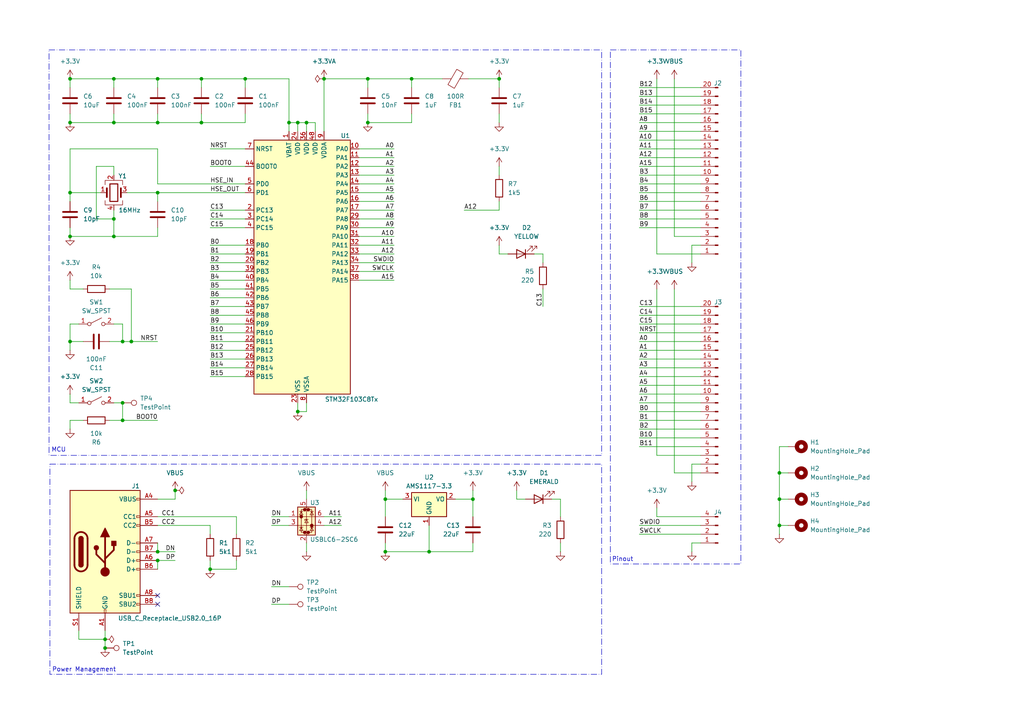
<source format=kicad_sch>
(kicad_sch (version 20231120) (generator "eeschema") (generator_version "8.0")
  (paper "A4")
  (title_block (title "STM32 Dev Board") (date "2024-07-01") (rev "v0.1") (company "Marcello Domenis"))
  (lib_symbols
    (symbol "Connector:Conn_01x04_Pin" (pin_names (offset 1.016) hide)
      (property "Reference" "J" (at 0 5.08 0))
      (property "Value" "Conn_01x04_Pin" (at 0 -7.62 0))
      (symbol "Conn_01x04_Pin_1_1"
        (pin passive line (at 5.08 2.54 180) (length 3.81) (name "Pin_1") (number "1"))
        (pin passive line (at 5.08 0 180) (length 3.81) (name "Pin_2") (number "2"))
        (pin passive line (at 5.08 -2.54 180) (length 3.81) (name "Pin_3") (number "3"))
        (pin passive line (at 5.08 -5.08 180) (length 3.81) (name "Pin_4") (number "4"))
      )
    )
    (symbol "Connector:Conn_01x20_Pin" (pin_names (offset 1.016) hide)
      (property "Reference" "J" (at 0 25.4 0))
      (property "Value" "Conn_01x20_Pin" (at 0 -27.94 0))
      (symbol "Conn_01x20_Pin_1_1"
        (pin passive line (at 5.08 22.86 180) (length 3.81) (name "Pin_1") (number "1"))
        (pin passive line (at 5.08 0 180) (length 3.81) (name "Pin_10") (number "10"))
        (pin passive line (at 5.08 -2.54 180) (length 3.81) (name "Pin_11") (number "11"))
        (pin passive line (at 5.08 -5.08 180) (length 3.81) (name "Pin_12") (number "12"))
        (pin passive line (at 5.08 -7.62 180) (length 3.81) (name "Pin_13") (number "13"))
        (pin passive line (at 5.08 -10.16 180) (length 3.81) (name "Pin_14") (number "14"))
        (pin passive line (at 5.08 -12.7 180) (length 3.81) (name "Pin_15") (number "15"))
        (pin passive line (at 5.08 -15.24 180) (length 3.81) (name "Pin_16") (number "16"))
        (pin passive line (at 5.08 -17.78 180) (length 3.81) (name "Pin_17") (number "17"))
        (pin passive line (at 5.08 -20.32 180) (length 3.81) (name "Pin_18") (number "18"))
        (pin passive line (at 5.08 -22.86 180) (length 3.81) (name "Pin_19") (number "19"))
        (pin passive line (at 5.08 20.32 180) (length 3.81) (name "Pin_2") (number "2"))
        (pin passive line (at 5.08 -25.4 180) (length 3.81) (name "Pin_20") (number "20"))
        (pin passive line (at 5.08 17.78 180) (length 3.81) (name "Pin_3") (number "3"))
        (pin passive line (at 5.08 15.24 180) (length 3.81) (name "Pin_4") (number "4"))
        (pin passive line (at 5.08 12.7 180) (length 3.81) (name "Pin_5") (number "5"))
        (pin passive line (at 5.08 10.16 180) (length 3.81) (name "Pin_6") (number "6"))
        (pin passive line (at 5.08 7.62 180) (length 3.81) (name "Pin_7") (number "7"))
        (pin passive line (at 5.08 5.08 180) (length 3.81) (name "Pin_8") (number "8"))
        (pin passive line (at 5.08 2.54 180) (length 3.81) (name "Pin_9") (number "9"))
      )
    )
    (symbol "Connector:TestPoint" (pin_numbers hide) (pin_names (offset 0.762) hide)
      (property "Reference" "TP" (at 0 6.858 0))
      (property "Value" "TestPoint" (at 0 5.08 0))
      (symbol "TestPoint_1_1"
        (pin passive line (at 0 0 90) (length 2.54) (name "1") (number "1"))
      )
    )
    (symbol "Connector:USB_C_Receptacle_USB2.0_16P" (pin_names (offset 1.016))
      (property "Reference" "J" (at 0 22.225 0))
      (property "Value" "USB_C_Receptacle_USB2.0_16P" (at 0 19.685 0))
      (symbol "USB_C_Receptacle_USB2.0_16P_1_1"
        (pin passive line (at 0 -22.86 90) (length 5.08) (name "GND") (number "A1"))
        (pin passive line (at 0 -22.86 90) (length 5.08) hide (name "GND") (number "A12"))
        (pin passive line (at 15.24 15.24 180) (length 5.08) (name "VBUS") (number "A4"))
        (pin bidirectional line (at 15.24 10.16 180) (length 5.08) (name "CC1") (number "A5"))
        (pin bidirectional line (at 15.24 -2.54 180) (length 5.08) (name "D+") (number "A6"))
        (pin bidirectional line (at 15.24 2.54 180) (length 5.08) (name "D-") (number "A7"))
        (pin bidirectional line (at 15.24 -12.7 180) (length 5.08) (name "SBU1") (number "A8"))
        (pin passive line (at 15.24 15.24 180) (length 5.08) hide (name "VBUS") (number "A9"))
        (pin passive line (at 0 -22.86 90) (length 5.08) hide (name "GND") (number "B1"))
        (pin passive line (at 0 -22.86 90) (length 5.08) hide (name "GND") (number "B12"))
        (pin passive line (at 15.24 15.24 180) (length 5.08) hide (name "VBUS") (number "B4"))
        (pin bidirectional line (at 15.24 7.62 180) (length 5.08) (name "CC2") (number "B5"))
        (pin bidirectional line (at 15.24 -5.08 180) (length 5.08) (name "D+") (number "B6"))
        (pin bidirectional line (at 15.24 0 180) (length 5.08) (name "D-") (number "B7"))
        (pin bidirectional line (at 15.24 -15.24 180) (length 5.08) (name "SBU2") (number "B8"))
        (pin passive line (at 15.24 15.24 180) (length 5.08) hide (name "VBUS") (number "B9"))
        (pin passive line (at -7.62 -22.86 90) (length 5.08) (name "SHIELD") (number "S1"))
      )
    )
    (symbol "Device:C" (pin_numbers hide) (pin_names (offset 0.254))
      (property "Reference" "C" (at 0.635 2.54 0))
      (property "Value" "C" (at 0.635 -2.54 0))
      (symbol "C_1_1"
        (pin passive line (at 0 3.81 270) (length 2.794) (name "~") (number "1"))
        (pin passive line (at 0 -3.81 90) (length 2.794) (name "~") (number "2"))
      )
    )
    (symbol "Device:Crystal_GND24" (pin_names (offset 1.016) hide)
      (property "Reference" "Y" (at 3.175 5.08 0))
      (property "Value" "Crystal_GND24" (at 3.175 3.175 0))
      (symbol "Crystal_GND24_1_1"
        (pin passive line (at -3.81 0 0) (length 1.27) (name "1") (number "1"))
        (pin passive line (at 0 5.08 270) (length 1.27) (name "2") (number "2"))
        (pin passive line (at 3.81 0 180) (length 1.27) (name "3") (number "3"))
        (pin passive line (at 0 -5.08 90) (length 1.27) (name "4") (number "4"))
      )
    )
    (symbol "Device:FerriteBead" (pin_numbers hide) (pin_names (offset 0))
      (property "Reference" "FB" (at -3.81 0.635 90))
      (property "Value" "FerriteBead" (at 3.81 0 90))
      (symbol "FerriteBead_1_1"
        (pin passive line (at 0 3.81 270) (length 2.54) (name "~") (number "1"))
        (pin passive line (at 0 -3.81 90) (length 2.54) (name "~") (number "2"))
      )
    )
    (symbol "Device:LED" (pin_numbers hide) (pin_names (offset 1.016) hide)
      (property "Reference" "D" (at 0 2.54 0))
      (property "Value" "LED" (at 0 -2.54 0))
      (symbol "LED_1_1"
        (pin passive line (at -3.81 0 0) (length 2.54) (name "K") (number "1"))
        (pin passive line (at 3.81 0 180) (length 2.54) (name "A") (number "2"))
      )
    )
    (symbol "Device:R" (pin_numbers hide) (pin_names (offset 0))
      (property "Reference" "R" (at 2.032 0 90))
      (property "Value" "R" (at 0 0 90))
      (symbol "R_1_1"
        (pin passive line (at 0 3.81 270) (length 1.27) (name "~") (number "1"))
        (pin passive line (at 0 -3.81 90) (length 1.27) (name "~") (number "2"))
      )
    )
    (symbol "MCU_ST_STM32F1:STM32F103C8Tx"
      (property "Reference" "U" (at -12.7 39.37 0))
      (property "Value" "STM32F103C8Tx" (at 10.16 39.37 0))
      (symbol "STM32F103C8Tx_1_1"
        (pin power_in line (at -2.54 40.64 270) (length 2.54) (name "VBAT") (number "1"))
        (pin bidirectional line (at 17.78 35.56 180) (length 2.54) (name "PA0") (number "10"))
        (pin bidirectional line (at 17.78 33.02 180) (length 2.54) (name "PA1") (number "11"))
        (pin bidirectional line (at 17.78 30.48 180) (length 2.54) (name "PA2") (number "12"))
        (pin bidirectional line (at 17.78 27.94 180) (length 2.54) (name "PA3") (number "13"))
        (pin bidirectional line (at 17.78 25.4 180) (length 2.54) (name "PA4") (number "14"))
        (pin bidirectional line (at 17.78 22.86 180) (length 2.54) (name "PA5") (number "15"))
        (pin bidirectional line (at 17.78 20.32 180) (length 2.54) (name "PA6") (number "16"))
        (pin bidirectional line (at 17.78 17.78 180) (length 2.54) (name "PA7") (number "17"))
        (pin bidirectional line (at -15.24 7.62 0) (length 2.54) (name "PB0") (number "18"))
        (pin bidirectional line (at -15.24 5.08 0) (length 2.54) (name "PB1") (number "19"))
        (pin bidirectional line (at -15.24 17.78 0) (length 2.54) (name "PC13") (number "2"))
        (pin bidirectional line (at -15.24 2.54 0) (length 2.54) (name "PB2") (number "20"))
        (pin bidirectional line (at -15.24 -17.78 0) (length 2.54) (name "PB10") (number "21"))
        (pin bidirectional line (at -15.24 -20.32 0) (length 2.54) (name "PB11") (number "22"))
        (pin power_in line (at 0 -38.1 90) (length 2.54) (name "VSS") (number "23"))
        (pin power_in line (at 0 40.64 270) (length 2.54) (name "VDD") (number "24"))
        (pin bidirectional line (at -15.24 -22.86 0) (length 2.54) (name "PB12") (number "25"))
        (pin bidirectional line (at -15.24 -25.4 0) (length 2.54) (name "PB13") (number "26"))
        (pin bidirectional line (at -15.24 -27.94 0) (length 2.54) (name "PB14") (number "27"))
        (pin bidirectional line (at -15.24 -30.48 0) (length 2.54) (name "PB15") (number "28"))
        (pin bidirectional line (at 17.78 15.24 180) (length 2.54) (name "PA8") (number "29"))
        (pin bidirectional line (at -15.24 15.24 0) (length 2.54) (name "PC14") (number "3"))
        (pin bidirectional line (at 17.78 12.7 180) (length 2.54) (name "PA9") (number "30"))
        (pin bidirectional line (at 17.78 10.16 180) (length 2.54) (name "PA10") (number "31"))
        (pin bidirectional line (at 17.78 7.62 180) (length 2.54) (name "PA11") (number "32"))
        (pin bidirectional line (at 17.78 5.08 180) (length 2.54) (name "PA12") (number "33"))
        (pin bidirectional line (at 17.78 2.54 180) (length 2.54) (name "PA13") (number "34"))
        (pin passive line (at 0 -38.1 90) (length 2.54) hide (name "VSS") (number "35"))
        (pin power_in line (at 2.54 40.64 270) (length 2.54) (name "VDD") (number "36"))
        (pin bidirectional line (at 17.78 0 180) (length 2.54) (name "PA14") (number "37"))
        (pin bidirectional line (at 17.78 -2.54 180) (length 2.54) (name "PA15") (number "38"))
        (pin bidirectional line (at -15.24 0 0) (length 2.54) (name "PB3") (number "39"))
        (pin bidirectional line (at -15.24 12.7 0) (length 2.54) (name "PC15") (number "4"))
        (pin bidirectional line (at -15.24 -2.54 0) (length 2.54) (name "PB4") (number "40"))
        (pin bidirectional line (at -15.24 -5.08 0) (length 2.54) (name "PB5") (number "41"))
        (pin bidirectional line (at -15.24 -7.62 0) (length 2.54) (name "PB6") (number "42"))
        (pin bidirectional line (at -15.24 -10.16 0) (length 2.54) (name "PB7") (number "43"))
        (pin input line (at -15.24 30.48 0) (length 2.54) (name "BOOT0") (number "44"))
        (pin bidirectional line (at -15.24 -12.7 0) (length 2.54) (name "PB8") (number "45"))
        (pin bidirectional line (at -15.24 -15.24 0) (length 2.54) (name "PB9") (number "46"))
        (pin passive line (at 0 -38.1 90) (length 2.54) hide (name "VSS") (number "47"))
        (pin power_in line (at 5.08 40.64 270) (length 2.54) (name "VDD") (number "48"))
        (pin bidirectional line (at -15.24 25.4 0) (length 2.54) (name "PD0") (number "5"))
        (pin bidirectional line (at -15.24 22.86 0) (length 2.54) (name "PD1") (number "6"))
        (pin input line (at -15.24 35.56 0) (length 2.54) (name "NRST") (number "7"))
        (pin power_in line (at 2.54 -38.1 90) (length 2.54) (name "VSSA") (number "8"))
        (pin power_in line (at 7.62 40.64 270) (length 2.54) (name "VDDA") (number "9"))
      )
    )
    (symbol "Mechanical:MountingHole_Pad" (pin_numbers hide) (pin_names (offset 1.016) hide) (exclude_from_sim yes) (in_bom no)
      (property "Reference" "H" (at 0 6.35 0))
      (property "Value" "MountingHole_Pad" (at 0 4.445 0))
      (symbol "MountingHole_Pad_1_1"
        (pin input line (at 0 -2.54 90) (length 2.54) (name "1") (number "1"))
      )
    )
    (symbol "Power_Protection:USBLC6-2SC6" (pin_names hide)
      (property "Reference" "U" (at 0.635 5.715 0))
      (property "Value" "USBLC6-2SC6" (at 0.635 3.81 0))
      (symbol "USBLC6-2SC6_1_1"
        (pin passive line (at -5.08 0 0) (length 2.54) (name "I/O1") (number "1"))
        (pin passive line (at 0 -7.62 90) (length 2.54) (name "GND") (number "2"))
        (pin passive line (at -5.08 -2.54 0) (length 2.54) (name "I/O2") (number "3"))
        (pin passive line (at 5.08 -2.54 180) (length 2.54) (name "I/O2") (number "4"))
        (pin passive line (at 0 5.08 270) (length 2.54) (name "VBUS") (number "5"))
        (pin passive line (at 5.08 0 180) (length 2.54) (name "I/O1") (number "6"))
      )
    )
    (symbol "Regulator_Linear:AMS1117-3.3"
      (property "Reference" "U" (at -3.81 3.175 0))
      (property "Value" "AMS1117-3.3" (at 0 3.175 0))
      (symbol "AMS1117-3.3_1_1"
        (pin power_in line (at 0 -7.62 90) (length 2.54) (name "GND") (number "1"))
        (pin power_out line (at 7.62 0 180) (length 2.54) (name "VO") (number "2"))
        (pin power_in line (at -7.62 0 0) (length 2.54) (name "VI") (number "3"))
      )
    )
    (symbol "Switch:SW_SPST" (pin_names (offset 0) hide)
      (property "Reference" "SW" (at 0 3.175 0))
      (property "Value" "SW_SPST" (at 0 -2.54 0))
      (symbol "SW_SPST_1_1"
        (pin passive line (at -5.08 0 0) (length 2.54) (name "A") (number "1"))
        (pin passive line (at 5.08 0 180) (length 2.54) (name "B") (number "2"))
      )
    )
    (symbol "power:+3.3V" (power) (pin_numbers hide) (pin_names (offset 0) hide)
      (property "Value" "+3.3V" (at 0 3.556 0))
      (symbol "+3.3V_1_1"
        (pin power_in line (at 0 0 90) (length 0) (name "~") (number "1"))
      )
    )
    (symbol "power:+3.3VA" (power) (pin_numbers hide) (pin_names (offset 0) hide)
      (property "Value" "+3.3VA" (at 0 3.556 0))
      (symbol "+3.3VA_1_1"
        (pin power_in line (at 0 0 90) (length 0) (name "~") (number "1"))
      )
    )
    (symbol "power:GND" (power) (pin_numbers hide) (pin_names (offset 0) hide)
      (property "Value" "GND" (at 0 -3.81 0))
      (symbol "GND_1_1"
        (pin power_in line (at 0 0 270) (length 0) (name "~") (number "1"))
      )
    )
    (symbol "power:PWR_FLAG" (power) (pin_numbers hide) (pin_names (offset 0) hide)
      (property "Value" "PWR_FLAG" (at 0 3.81 0))
      (symbol "PWR_FLAG_0_0"
        (pin power_out line (at 0 0 90) (length 0) (name "~") (number "1"))
      )
    )
    (symbol "power:VBUS" (power) (pin_numbers hide) (pin_names (offset 0) hide)
      (property "Value" "VBUS" (at 0 3.556 0))
      (symbol "VBUS_1_1"
        (pin power_in line (at 0 0 90) (length 0) (name "~") (number "1"))
      )
    )
  )
  (junction (at 111.76 160.02))
  (junction (at 35.56 99.06))
  (junction (at 35.56 116.84))
  (junction (at 106.68 35.56))
  (junction (at 30.48 187.96))
  (junction (at 20.32 99.06))
  (junction (at 106.68 22.86))
  (junction (at 111.76 144.78))
  (junction (at 119.38 22.86))
  (junction (at 20.32 55.88))
  (junction (at 226.06 144.78))
  (junction (at 38.1 99.06))
  (junction (at 45.72 162.56))
  (junction (at 58.42 22.86))
  (junction (at 226.06 137.16))
  (junction (at 50.8 142.24))
  (junction (at 71.12 22.86))
  (junction (at 20.32 35.56))
  (junction (at 45.72 22.86))
  (junction (at 93.98 22.86))
  (junction (at 20.32 68.58))
  (junction (at 144.78 22.86))
  (junction (at 124.46 160.02))
  (junction (at 137.16 144.78))
  (junction (at 45.72 35.56))
  (junction (at 86.36 35.56))
  (junction (at 88.9 35.56))
  (junction (at 226.06 152.4))
  (junction (at 33.02 68.58))
  (junction (at 60.96 165.1))
  (junction (at 30.48 185.42))
  (junction (at 58.42 35.56))
  (junction (at 33.02 63.5))
  (junction (at 83.82 35.56))
  (junction (at 33.02 22.86))
  (junction (at 45.72 160.02))
  (junction (at 35.56 121.92))
  (junction (at 33.02 35.56))
  (junction (at 45.72 55.88))
  (junction (at 86.36 119.38))
  (junction (at 20.32 22.86))
  (no_connect (at 45.72 175.26))
  (no_connect (at 45.72 172.72))
  (wire (pts (xy 203.2 132.08) (xy 190.5 132.08)))
  (wire (pts (xy 45.72 33.02) (xy 45.72 35.56)))
  (wire (pts (xy 154.94 73.66) (xy 157.48 73.66)))
  (wire (pts (xy 71.12 86.36) (xy 60.96 86.36)))
  (wire (pts (xy 203.2 25.4) (xy 185.42 25.4)))
  (wire (pts (xy 195.58 137.16) (xy 203.2 137.16)))
  (wire (pts (xy 104.14 55.88) (xy 114.3 55.88)))
  (wire (pts (xy 20.32 33.02) (xy 20.32 35.56)))
  (wire (pts (xy 226.06 144.78) (xy 226.06 137.16)))
  (wire (pts (xy 20.32 22.86) (xy 33.02 22.86)))
  (wire (pts (xy 35.56 121.92) (xy 35.56 116.84)))
  (wire (pts (xy 20.32 93.98) (xy 20.32 99.06)))
  (wire (pts (xy 33.02 22.86) (xy 45.72 22.86)))
  (wire (pts (xy 200.66 134.62) (xy 203.2 134.62)))
  (wire (pts (xy 60.96 60.96) (xy 71.12 60.96)))
  (wire (pts (xy 88.9 116.84) (xy 88.9 119.38)))
  (wire (pts (xy 144.78 58.42) (xy 144.78 60.96)))
  (wire (pts (xy 58.42 33.02) (xy 58.42 35.56)))
  (wire (pts (xy 91.44 35.56) (xy 91.44 38.1)))
  (wire (pts (xy 45.72 162.56) (xy 50.8 162.56)))
  (wire (pts (xy 144.78 48.26) (xy 144.78 50.8)))
  (wire (pts (xy 137.16 144.78) (xy 137.16 149.86)))
  (wire (pts (xy 144.78 25.4) (xy 144.78 22.86)))
  (wire (pts (xy 119.38 25.4) (xy 119.38 22.86)))
  (wire (pts (xy 185.42 152.4) (xy 203.2 152.4)))
  (wire (pts (xy 71.12 35.56) (xy 71.12 33.02)))
  (wire (pts (xy 45.72 162.56) (xy 45.72 165.1)))
  (wire (pts (xy 104.14 76.2) (xy 114.3 76.2)))
  (wire (pts (xy 45.72 55.88) (xy 45.72 58.42)))
  (wire (pts (xy 45.72 157.48) (xy 45.72 160.02)))
  (wire (pts (xy 20.32 116.84) (xy 22.86 116.84)))
  (wire (pts (xy 33.02 68.58) (xy 45.72 68.58)))
  (wire (pts (xy 185.42 48.26) (xy 203.2 48.26)))
  (wire (pts (xy 20.32 83.82) (xy 20.32 81.28)))
  (wire (pts (xy 60.96 43.18) (xy 71.12 43.18)))
  (wire (pts (xy 29.21 55.88) (xy 20.32 55.88)))
  (wire (pts (xy 185.42 124.46) (xy 203.2 124.46)))
  (wire (pts (xy 71.12 88.9) (xy 60.96 88.9)))
  (wire (pts (xy 33.02 93.98) (xy 35.56 93.98)))
  (wire (pts (xy 71.12 83.82) (xy 60.96 83.82)))
  (wire (pts (xy 132.08 144.78) (xy 137.16 144.78)))
  (wire (pts (xy 190.5 132.08) (xy 190.5 83.82)))
  (wire (pts (xy 185.42 45.72) (xy 203.2 45.72)))
  (wire (pts (xy 104.14 81.28) (xy 114.3 81.28)))
  (wire (pts (xy 200.66 71.12) (xy 200.66 76.2)))
  (wire (pts (xy 27.94 48.26) (xy 27.94 63.5)))
  (wire (pts (xy 68.58 149.86) (xy 68.58 154.94)))
  (wire (pts (xy 45.72 152.4) (xy 60.96 152.4)))
  (wire (pts (xy 93.98 22.86) (xy 93.98 38.1)))
  (wire (pts (xy 22.86 185.42) (xy 30.48 185.42)))
  (wire (pts (xy 78.74 175.26) (xy 83.82 175.26)))
  (wire (pts (xy 104.14 50.8) (xy 114.3 50.8)))
  (wire (pts (xy 71.12 66.04) (xy 60.96 66.04)))
  (wire (pts (xy 71.12 78.74) (xy 60.96 78.74)))
  (wire (pts (xy 78.74 152.4) (xy 83.82 152.4)))
  (wire (pts (xy 35.56 116.84) (xy 33.02 116.84)))
  (wire (pts (xy 203.2 127) (xy 185.42 127)))
  (wire (pts (xy 71.12 104.14) (xy 60.96 104.14)))
  (wire (pts (xy 203.2 53.34) (xy 185.42 53.34)))
  (wire (pts (xy 60.96 48.26) (xy 71.12 48.26)))
  (wire (pts (xy 226.06 154.94) (xy 226.06 152.4)))
  (wire (pts (xy 137.16 157.48) (xy 137.16 160.02)))
  (wire (pts (xy 104.14 78.74) (xy 114.3 78.74)))
  (wire (pts (xy 200.66 134.62) (xy 200.66 139.7)))
  (wire (pts (xy 185.42 154.94) (xy 203.2 154.94)))
  (wire (pts (xy 91.44 35.56) (xy 88.9 35.56)))
  (wire (pts (xy 203.2 30.48) (xy 185.42 30.48)))
  (wire (pts (xy 86.36 116.84) (xy 86.36 119.38)))
  (wire (pts (xy 33.02 33.02) (xy 33.02 35.56)))
  (wire (pts (xy 157.48 83.82) (xy 157.48 88.9)))
  (wire (pts (xy 203.2 109.22) (xy 185.42 109.22)))
  (wire (pts (xy 88.9 35.56) (xy 86.36 35.56)))
  (wire (pts (xy 203.2 101.6) (xy 185.42 101.6)))
  (wire (pts (xy 104.14 53.34) (xy 114.3 53.34)))
  (wire (pts (xy 203.2 93.98) (xy 185.42 93.98)))
  (wire (pts (xy 203.2 129.54) (xy 185.42 129.54)))
  (wire (pts (xy 36.83 55.88) (xy 45.72 55.88)))
  (wire (pts (xy 86.36 35.56) (xy 83.82 35.56)))
  (wire (pts (xy 71.12 101.6) (xy 60.96 101.6)))
  (wire (pts (xy 93.98 149.86) (xy 99.06 149.86)))
  (wire (pts (xy 22.86 93.98) (xy 20.32 93.98)))
  (wire (pts (xy 203.2 33.02) (xy 185.42 33.02)))
  (wire (pts (xy 86.36 35.56) (xy 86.36 38.1)))
  (wire (pts (xy 71.12 96.52) (xy 60.96 96.52)))
  (wire (pts (xy 203.2 99.06) (xy 185.42 99.06)))
  (wire (pts (xy 185.42 121.92) (xy 203.2 121.92)))
  (wire (pts (xy 20.32 114.3) (xy 20.32 116.84)))
  (wire (pts (xy 20.32 43.18) (xy 45.72 43.18)))
  (wire (pts (xy 22.86 182.88) (xy 22.86 185.42)))
  (wire (pts (xy 30.48 185.42) (xy 30.48 187.96)))
  (wire (pts (xy 78.74 149.86) (xy 83.82 149.86)))
  (wire (pts (xy 149.86 142.24) (xy 149.86 144.78)))
  (wire (pts (xy 31.75 121.92) (xy 35.56 121.92)))
  (wire (pts (xy 93.98 22.86) (xy 106.68 22.86)))
  (wire (pts (xy 24.13 83.82) (xy 20.32 83.82)))
  (wire (pts (xy 35.56 121.92) (xy 45.72 121.92)))
  (wire (pts (xy 71.12 73.66) (xy 60.96 73.66)))
  (wire (pts (xy 86.36 119.38) (xy 88.9 119.38)))
  (wire (pts (xy 45.72 35.56) (xy 58.42 35.56)))
  (wire (pts (xy 71.12 71.12) (xy 60.96 71.12)))
  (wire (pts (xy 111.76 144.78) (xy 111.76 149.86)))
  (wire (pts (xy 24.13 99.06) (xy 20.32 99.06)))
  (wire (pts (xy 83.82 22.86) (xy 83.82 35.56)))
  (wire (pts (xy 104.14 43.18) (xy 114.3 43.18)))
  (wire (pts (xy 111.76 160.02) (xy 124.46 160.02)))
  (wire (pts (xy 45.72 160.02) (xy 50.8 160.02)))
  (wire (pts (xy 60.96 154.94) (xy 60.96 152.4)))
  (wire (pts (xy 71.12 22.86) (xy 71.12 25.4)))
  (wire (pts (xy 93.98 152.4) (xy 99.06 152.4)))
  (wire (pts (xy 20.32 25.4) (xy 20.32 22.86)))
  (wire (pts (xy 111.76 144.78) (xy 116.84 144.78)))
  (wire (pts (xy 88.9 160.02) (xy 88.9 157.48)))
  (wire (pts (xy 190.5 147.32) (xy 190.5 149.86)))
  (wire (pts (xy 104.14 68.58) (xy 114.3 68.58)))
  (wire (pts (xy 104.14 63.5) (xy 114.3 63.5)))
  (wire (pts (xy 71.12 99.06) (xy 60.96 99.06)))
  (wire (pts (xy 88.9 142.24) (xy 88.9 144.78)))
  (wire (pts (xy 119.38 22.86) (xy 106.68 22.86)))
  (wire (pts (xy 203.2 58.42) (xy 185.42 58.42)))
  (wire (pts (xy 162.56 157.48) (xy 162.56 160.02)))
  (wire (pts (xy 195.58 22.86) (xy 195.58 68.58)))
  (wire (pts (xy 226.06 137.16) (xy 228.6 137.16)))
  (wire (pts (xy 203.2 106.68) (xy 185.42 106.68)))
  (wire (pts (xy 162.56 144.78) (xy 162.56 149.86)))
  (wire (pts (xy 30.48 182.88) (xy 30.48 185.42)))
  (wire (pts (xy 226.06 129.54) (xy 228.6 129.54)))
  (wire (pts (xy 33.02 25.4) (xy 33.02 22.86)))
  (wire (pts (xy 45.72 43.18) (xy 45.72 53.34)))
  (wire (pts (xy 160.02 144.78) (xy 162.56 144.78)))
  (wire (pts (xy 71.12 93.98) (xy 60.96 93.98)))
  (wire (pts (xy 71.12 106.68) (xy 60.96 106.68)))
  (wire (pts (xy 134.62 60.96) (xy 144.78 60.96)))
  (wire (pts (xy 119.38 35.56) (xy 106.68 35.56)))
  (wire (pts (xy 38.1 83.82) (xy 38.1 99.06)))
  (wire (pts (xy 111.76 157.48) (xy 111.76 160.02)))
  (wire (pts (xy 45.72 22.86) (xy 45.72 25.4)))
  (wire (pts (xy 33.02 48.26) (xy 27.94 48.26)))
  (wire (pts (xy 144.78 33.02) (xy 144.78 35.56)))
  (wire (pts (xy 35.56 99.06) (xy 38.1 99.06)))
  (wire (pts (xy 27.94 63.5) (xy 33.02 63.5)))
  (wire (pts (xy 203.2 104.14) (xy 185.42 104.14)))
  (wire (pts (xy 185.42 88.9) (xy 203.2 88.9)))
  (wire (pts (xy 58.42 22.86) (xy 58.42 25.4)))
  (wire (pts (xy 203.2 111.76) (xy 185.42 111.76)))
  (wire (pts (xy 68.58 165.1) (xy 68.58 162.56)))
  (wire (pts (xy 20.32 43.18) (xy 20.32 55.88)))
  (wire (pts (xy 119.38 33.02) (xy 119.38 35.56)))
  (wire (pts (xy 104.14 58.42) (xy 114.3 58.42)))
  (wire (pts (xy 144.78 71.12) (xy 144.78 73.66)))
  (wire (pts (xy 20.32 55.88) (xy 20.32 58.42)))
  (wire (pts (xy 203.2 50.8) (xy 185.42 50.8)))
  (wire (pts (xy 71.12 91.44) (xy 60.96 91.44)))
  (wire (pts (xy 203.2 63.5) (xy 185.42 63.5)))
  (wire (pts (xy 50.8 144.78) (xy 50.8 142.24)))
  (wire (pts (xy 185.42 40.64) (xy 203.2 40.64)))
  (wire (pts (xy 60.96 165.1) (xy 68.58 165.1)))
  (wire (pts (xy 31.75 99.06) (xy 35.56 99.06)))
  (wire (pts (xy 45.72 53.34) (xy 71.12 53.34)))
  (wire (pts (xy 45.72 22.86) (xy 58.42 22.86)))
  (wire (pts (xy 33.02 50.8) (xy 33.02 48.26)))
  (wire (pts (xy 203.2 73.66) (xy 190.5 73.66)))
  (wire (pts (xy 185.42 119.38) (xy 203.2 119.38)))
  (wire (pts (xy 88.9 35.56) (xy 88.9 38.1)))
  (wire (pts (xy 20.32 121.92) (xy 20.32 124.46)))
  (wire (pts (xy 226.06 152.4) (xy 226.06 144.78)))
  (wire (pts (xy 31.75 83.82) (xy 38.1 83.82)))
  (wire (pts (xy 20.32 66.04) (xy 20.32 68.58)))
  (wire (pts (xy 60.96 162.56) (xy 60.96 165.1)))
  (wire (pts (xy 104.14 71.12) (xy 114.3 71.12)))
  (wire (pts (xy 203.2 55.88) (xy 185.42 55.88)))
  (wire (pts (xy 45.72 55.88) (xy 71.12 55.88)))
  (wire (pts (xy 33.02 63.5) (xy 33.02 68.58)))
  (wire (pts (xy 45.72 66.04) (xy 45.72 68.58)))
  (wire (pts (xy 71.12 63.5) (xy 60.96 63.5)))
  (wire (pts (xy 33.02 60.96) (xy 33.02 63.5)))
  (wire (pts (xy 106.68 22.86) (xy 106.68 25.4)))
  (wire (pts (xy 203.2 71.12) (xy 200.66 71.12)))
  (wire (pts (xy 203.2 114.3) (xy 185.42 114.3)))
  (wire (pts (xy 137.16 142.24) (xy 137.16 144.78)))
  (wire (pts (xy 104.14 45.72) (xy 114.3 45.72)))
  (wire (pts (xy 71.12 22.86) (xy 83.82 22.86)))
  (wire (pts (xy 226.06 144.78) (xy 228.6 144.78)))
  (wire (pts (xy 200.66 157.48) (xy 200.66 160.02)))
  (wire (pts (xy 20.32 35.56) (xy 33.02 35.56)))
  (wire (pts (xy 185.42 38.1) (xy 203.2 38.1)))
  (wire (pts (xy 45.72 149.86) (xy 68.58 149.86)))
  (wire (pts (xy 104.14 60.96) (xy 114.3 60.96)))
  (wire (pts (xy 137.16 160.02) (xy 124.46 160.02)))
  (wire (pts (xy 104.14 48.26) (xy 114.3 48.26)))
  (wire (pts (xy 119.38 22.86) (xy 128.27 22.86)))
  (wire (pts (xy 111.76 142.24) (xy 111.76 144.78)))
  (wire (pts (xy 33.02 35.56) (xy 45.72 35.56)))
  (wire (pts (xy 203.2 60.96) (xy 185.42 60.96)))
  (wire (pts (xy 58.42 35.56) (xy 71.12 35.56)))
  (wire (pts (xy 104.14 66.04) (xy 114.3 66.04)))
  (wire (pts (xy 195.58 68.58) (xy 203.2 68.58)))
  (wire (pts (xy 135.89 22.86) (xy 144.78 22.86)))
  (wire (pts (xy 35.56 93.98) (xy 35.56 99.06)))
  (wire (pts (xy 157.48 73.66) (xy 157.48 76.2)))
  (wire (pts (xy 190.5 22.86) (xy 190.5 73.66)))
  (wire (pts (xy 185.42 96.52) (xy 203.2 96.52)))
  (wire (pts (xy 45.72 144.78) (xy 50.8 144.78)))
  (wire (pts (xy 58.42 22.86) (xy 71.12 22.86)))
  (wire (pts (xy 71.12 109.22) (xy 60.96 109.22)))
  (wire (pts (xy 185.42 43.18) (xy 203.2 43.18)))
  (wire (pts (xy 106.68 33.02) (xy 106.68 35.56)))
  (wire (pts (xy 83.82 35.56) (xy 83.82 38.1)))
  (wire (pts (xy 24.13 121.92) (xy 20.32 121.92)))
  (wire (pts (xy 190.5 149.86) (xy 203.2 149.86)))
  (wire (pts (xy 71.12 76.2) (xy 60.96 76.2)))
  (wire (pts (xy 38.1 99.06) (xy 45.72 99.06)))
  (wire (pts (xy 149.86 144.78) (xy 152.4 144.78)))
  (wire (pts (xy 195.58 83.82) (xy 195.58 137.16)))
  (wire (pts (xy 71.12 81.28) (xy 60.96 81.28)))
  (wire (pts (xy 203.2 157.48) (xy 200.66 157.48)))
  (wire (pts (xy 203.2 116.84) (xy 185.42 116.84)))
  (wire (pts (xy 203.2 27.94) (xy 185.42 27.94)))
  (wire (pts (xy 203.2 91.44) (xy 185.42 91.44)))
  (wire (pts (xy 226.06 152.4) (xy 228.6 152.4)))
  (wire (pts (xy 20.32 99.06) (xy 20.32 101.6)))
  (wire (pts (xy 124.46 152.4) (xy 124.46 160.02)))
  (wire (pts (xy 203.2 66.04) (xy 185.42 66.04)))
  (wire (pts (xy 20.32 68.58) (xy 33.02 68.58)))
  (wire (pts (xy 226.06 137.16) (xy 226.06 129.54)))
  (wire (pts (xy 185.42 35.56) (xy 203.2 35.56)))
  (wire (pts (xy 144.78 73.66) (xy 147.32 73.66)))
  (wire (pts (xy 104.14 73.66) (xy 114.3 73.66)))
  (wire (pts (xy 78.74 170.18) (xy 83.82 170.18)))
  (rectangle (start 14.224 14.478) (end 174.498 132.08) (stroke (width 0) (type dash_dot)))
  (rectangle (start 177.038 14.478) (end 214.884 163.576) (stroke (width 0) (type dash_dot)))
  (rectangle (start 14.478 134.62) (end 174.498 195.58) (stroke (width 0) (type dash_dot)))
  (text "Pinout" (at 180.594 162.306 0) (effects (font (size 1.27 1.27))))
  (text "Power Management" (at 24.384 194.31 0) (effects (font (size 1.27 1.27))))
  (text "MCU" (at 17.018 130.556 0) (effects (font (size 1.27 1.27))))
  (label "A0" (at 185.42 99.06 0))
  (label "SWCLK" (at 185.42 154.94 0))
  (label "B12" (at 185.42 25.4 0))
  (label "B10" (at 185.42 127 0))
  (label "HSE_OUT" (at 60.96 55.88 0))
  (label "A11" (at 99.06 149.86 180))
  (label "NRST" (at 45.72 99.06 180))
  (label "B12" (at 60.96 101.6 0))
  (label "A7" (at 185.42 116.84 0))
  (label "A12" (at 185.42 45.72 0))
  (label "A0" (at 114.3 43.18 180))
  (label "HSE_IN" (at 60.96 53.34 0))
  (label "B4" (at 185.42 53.34 0))
  (label "A12" (at 114.3 73.66 180))
  (label "A10" (at 185.42 40.64 0))
  (label "A4" (at 185.42 109.22 0))
  (label "A3" (at 185.42 106.68 0))
  (label "SWCLK" (at 114.3 78.74 180))
  (label "B7" (at 185.42 60.96 0))
  (label "A12" (at 99.06 152.4 180))
  (label "A9" (at 114.3 66.04 180))
  (label "B8" (at 185.42 63.5 0))
  (label "B4" (at 60.96 81.28 0))
  (label "DP" (at 50.8 162.56 180))
  (label "B11" (at 185.42 129.54 0))
  (label "A1" (at 185.42 101.6 0))
  (label "A7" (at 114.3 60.96 180))
  (label "A11" (at 185.42 43.18 0))
  (label "B14" (at 185.42 30.48 0))
  (label "B6" (at 60.96 86.36 0))
  (label "B1" (at 185.42 121.92 0))
  (label "B2" (at 185.42 124.46 0))
  (label "DN" (at 50.8 160.02 180))
  (label "B0" (at 185.42 119.38 0))
  (label "A5" (at 114.3 55.88 180))
  (label "NRST" (at 60.96 43.18 0))
  (label "A15" (at 185.42 48.26 0))
  (label "B3" (at 185.42 50.8 0))
  (label "C15" (at 60.96 66.04 0))
  (label "A11" (at 114.3 71.12 180))
  (label "C13" (at 157.48 88.9 90))
  (label "SWDIO" (at 185.42 152.4 0))
  (label "A12" (at 134.62 60.96 0))
  (label "B15" (at 185.42 33.02 0))
  (label "CC2" (at 50.8 152.4 180))
  (label "C13" (at 60.96 60.96 0))
  (label "B15" (at 60.96 109.22 0))
  (label "C14" (at 60.96 63.5 0))
  (label "B13" (at 60.96 104.14 0))
  (label "B0" (at 60.96 71.12 0))
  (label "A6" (at 114.3 58.42 180))
  (label "SWDIO" (at 114.3 76.2 180))
  (label "B5" (at 60.96 83.82 0))
  (label "DN" (at 78.74 170.18 0))
  (label "B5" (at 185.42 55.88 0))
  (label "C13" (at 185.42 88.9 0))
  (label "B7" (at 60.96 88.9 0))
  (label "B9" (at 60.96 93.98 0))
  (label "A10" (at 114.3 68.58 180))
  (label "A1" (at 114.3 45.72 180))
  (label "A8" (at 185.42 35.56 0))
  (label "CC1" (at 50.8 149.86 180))
  (label "B14" (at 60.96 106.68 0))
  (label "A4" (at 114.3 53.34 180))
  (label "B1" (at 60.96 73.66 0))
  (label "B8" (at 60.96 91.44 0))
  (label "A8" (at 114.3 63.5 180))
  (label "B9" (at 185.42 66.04 0))
  (label "A2" (at 114.3 48.26 180))
  (label "B11" (at 60.96 99.06 0))
  (label "A2" (at 185.42 104.14 0))
  (label "B10" (at 60.96 96.52 0))
  (label "A3" (at 114.3 50.8 180))
  (label "C15" (at 185.42 93.98 0))
  (label "NRST" (at 185.42 96.52 0))
  (label "A5" (at 185.42 111.76 0))
  (label "A6" (at 185.42 114.3 0))
  (label "DP" (at 78.74 152.4 0))
  (label "B3" (at 60.96 78.74 0))
  (label "DP" (at 78.74 175.26 0))
  (label "B13" (at 185.42 27.94 0))
  (label "B2" (at 60.96 76.2 0))
  (label "DN" (at 78.74 149.86 0))
  (label "A9" (at 185.42 38.1 0))
  (label "A15" (at 114.3 81.28 180))
  (label "BOOT0" (at 45.72 121.92 180))
  (label "C14" (at 185.42 91.44 0))
  (label "B6" (at 185.42 58.42 0))
  (label "BOOT0" (at 60.96 48.26 0))
  (symbol (lib_id "Device:C") (at 119.38 29.21 0) (unit 1)
    (property "Reference" "C8" (at 123.19 27.9399 0) (effects (justify left)))
    (property "Value" "1uF" (at 123.19 30.4799 0) (effects (justify left)))
    (property "Footprint" "Capacitor_SMD:C_0603_1608Metric" (effects (hide yes)))
    (property "Description" "Unpolarized capacitor" (effects (hide yes)))
  )
  (symbol (lib_id "Device:C") (at 71.12 29.21 0) (unit 1)
    (property "Reference" "C1" (at 74.93 27.9399 0) (effects (justify left)))
    (property "Value" "100nF" (at 74.93 30.4799 0) (effects (justify left)))
    (property "Footprint" "Capacitor_SMD:C_0402_1005Metric" (effects (hide yes)))
    (property "Description" "Unpolarized capacitor" (effects (hide yes)))
  )
  (symbol (lib_id "Connector:Conn_01x20_Pin") (at 208.28 50.8 180) (unit 1)
    (property "Reference" "J2" (at 207.01 24.13 0) (effects (justify right)))
    (property "Value" "Conn_01x20_Pin" (effects (hide yes)))
    (property "Footprint" "Connector_PinHeader_2.54mm:PinHeader_1x20_P2.54mm_Vertical" (effects (hide yes)))
    (property "Description" "Generic connector, single row, 01x20, script generated" (effects (hide yes)))
  )
  (symbol (lib_id "Device:FerriteBead") (at 132.08 22.86 270) (unit 1)
    (property "Reference" "FB1" (at 132.1308 30.48 90))
    (property "Value" "100R" (at 132.1308 27.94 90))
    (property "Footprint" "Inductor_SMD:L_0805_2012Metric" (effects (hide yes)))
    (property "Description" "Ferrite bead" (effects (hide yes)))
  )
  (symbol (lib_id "power:GND") (at 60.96 165.1 0) (unit 1)
    (property "Reference" "#PWR01" (effects (hide yes)))
    (property "Value" "GND" (effects (hide yes)))
    (property "Description" "Power symbol creates a global label with name \"GND\" , ground" (effects (hide yes)))
  )
  (symbol (lib_id "Device:Crystal_GND24") (at 33.02 55.88 0) (unit 1)
    (property "Reference" "Y1" (at 35.56 51.054 0))
    (property "Value" "16MHz" (at 37.592 60.96 0))
    (property "Footprint" "Crystal:Crystal_SMD_3225-4Pin_3.2x2.5mm" (effects (hide yes)))
    (property "Description" "Four pin crystal, GND on pins 2 and 4" (effects (hide yes)))
  )
  (symbol (lib_id "power:PWR_FLAG") (at 30.48 185.42 270) (unit 1)
    (property "Reference" "#FLG02" (effects (hide yes)))
    (property "Value" "PWR_FLAG" (effects (hide yes)))
    (property "Description" "Special symbol for telling ERC where power comes from" (effects (hide yes)))
  )
  (symbol (lib_id "power:GND") (at 88.9 160.02 0) (unit 1)
    (property "Reference" "#PWR034" (effects (hide yes)))
    (property "Value" "GND" (effects (hide yes)))
    (property "Description" "Power symbol creates a global label with name \"GND\" , ground" (effects (hide yes)))
  )
  (symbol (lib_id "power:GND") (at 20.32 68.58 0) (unit 1)
    (property "Reference" "#PWR013" (effects (hide yes)))
    (property "Value" "GND" (effects (hide yes)))
    (property "Description" "Power symbol creates a global label with name \"GND\" , ground" (effects (hide yes)))
  )
  (symbol (lib_id "Mechanical:MountingHole_Pad") (at 231.14 137.16 270) (unit 1) (exclude_from_sim yes) (in_bom no)
    (property "Reference" "H2" (at 234.95 135.8899 90) (effects (justify left)))
    (property "Value" "MountingHole_Pad" (at 234.95 138.4299 90) (effects (justify left)))
    (property "Footprint" "MountingHole:MountingHole_2.2mm_M2_ISO7380_Pad" (effects (hide yes)))
    (property "Description" "Mounting Hole with connection" (effects (hide yes)))
  )
  (symbol (lib_id "power:GND") (at 226.06 154.94 0) (unit 1)
    (property "Reference" "#PWR031" (effects (hide yes)))
    (property "Value" "GND" (effects (hide yes)))
    (property "Description" "Power symbol creates a global label with name \"GND\" , ground" (effects (hide yes)))
  )
  (symbol (lib_id "Connector:USB_C_Receptacle_USB2.0_16P") (at 30.48 160.02 0) (unit 1)
    (property "Reference" "J1" (at 39.37 140.97 0))
    (property "Value" "USB_C_Receptacle_USB2.0_16P" (at 49.276 179.324 0))
    (property "Footprint" "Connector_USB:USB_C_Receptacle_G-Switch_GT-USB-7010ASV" (effects (hide yes)))
    (property "Datasheet" "https://www.usb.org/sites/default/files/documents/usb_type-c.zip" (effects (hide yes)))
    (property "Description" "USB 2.0-only 16P Type-C Receptacle connector" (effects (hide yes)))
  )
  (symbol (lib_id "Device:R") (at 157.48 80.01 0) (mirror x) (unit 1)
    (property "Reference" "R5" (at 154.94 78.7399 0) (effects (justify right)))
    (property "Value" "220" (at 154.94 81.2799 0) (effects (justify right)))
    (property "Footprint" "Resistor_SMD:R_0603_1608Metric" (effects (hide yes)))
    (property "Description" "Resistor" (effects (hide yes)))
  )
  (symbol (lib_id "power:GND") (at 111.76 160.02 0) (unit 1)
    (property "Reference" "#PWR026" (effects (hide yes)))
    (property "Value" "GND" (effects (hide yes)))
    (property "Description" "Power symbol creates a global label with name \"GND\" , ground" (effects (hide yes)))
  )
  (symbol (lib_id "power:VBUS") (at 195.58 22.86 0) (unit 1)
    (property "Reference" "#PWR021" (effects (hide yes)))
    (property "Value" "VBUS" (at 195.58 17.78 0))
    (property "Description" "Power symbol creates a global label with name \"VBUS\"" (effects (hide yes)))
  )
  (symbol (lib_id "Connector:Conn_01x20_Pin") (at 208.28 114.3 180) (unit 1)
    (property "Reference" "J3" (at 208.28 87.63 0))
    (property "Value" "Conn_01x20_Pin" (effects (hide yes)))
    (property "Footprint" "Connector_PinHeader_2.54mm:PinHeader_1x20_P2.54mm_Vertical" (effects (hide yes)))
    (property "Description" "Generic connector, single row, 01x20, script generated" (effects (hide yes)))
  )
  (symbol (lib_id "Power_Protection:USBLC6-2SC6") (at 88.9 149.86 0) (unit 1)
    (property "Reference" "U3" (at 89.916 145.796 0) (effects (justify left)))
    (property "Value" "USBLC6-2SC6" (at 89.916 156.464 0) (effects (justify left)))
    (property "Footprint" "Package_TO_SOT_SMD:SOT-23-6" (effects (hide yes)))
    (property "Datasheet" "https://www.st.com/resource/en/datasheet/usblc6-2.pdf" (effects (hide yes)))
    (property "Description" "Very low capacitance ESD protection diode, 2 data-line, SOT-23-6" (effects (hide yes)))
  )
  (symbol (lib_id "Connector:TestPoint") (at 83.82 175.26 270) (unit 1)
    (property "Reference" "TP3" (at 88.9 173.9899 90) (effects (justify left)))
    (property "Value" "TestPoint" (at 88.9 176.5299 90) (effects (justify left)))
    (property "Footprint" "TestPoint:TestPoint_Pad_1.0x1.0mm" (effects (hide yes)))
    (property "Description" "test point" (effects (hide yes)))
  )
  (symbol (lib_id "Connector:TestPoint") (at 35.56 116.84 270) (unit 1)
    (property "Reference" "TP4" (at 40.64 115.5699 90) (effects (justify left)))
    (property "Value" "TestPoint" (at 40.64 118.1099 90) (effects (justify left)))
    (property "Footprint" "TestPoint:TestPoint_Pad_1.0x1.0mm" (effects (hide yes)))
    (property "Description" "test point" (effects (hide yes)))
  )
  (symbol (lib_id "power:PWR_FLAG") (at 50.8 142.24 270) (unit 1)
    (property "Reference" "#FLG01" (effects (hide yes)))
    (property "Value" "PWR_FLAG" (effects (hide yes)))
    (property "Description" "Special symbol for telling ERC where power comes from" (effects (hide yes)))
  )
  (symbol (lib_id "Device:C") (at 27.94 99.06 270) (mirror x) (unit 1)
    (property "Reference" "C11" (at 27.94 106.68 90))
    (property "Value" "100nF" (at 27.94 104.14 90))
    (property "Footprint" "Capacitor_SMD:C_0402_1005Metric" (effects (hide yes)))
    (property "Description" "Unpolarized capacitor" (effects (hide yes)))
  )
  (symbol (lib_id "MCU_ST_STM32F1:STM32F103C8Tx") (at 86.36 78.74 0) (unit 1)
    (property "Reference" "U1" (at 98.806 39.37 0) (effects (justify left)))
    (property "Value" "STM32F103C8Tx" (at 94.234 115.824 0) (effects (justify left)))
    (property "Footprint" "Package_QFP:LQFP-48_7x7mm_P0.5mm" (effects (hide yes)))
    (property "Datasheet" "https://www.st.com/resource/en/datasheet/stm32f103c8.pdf" (effects (hide yes)))
    (property "Description" "STMicroelectronics Arm Cortex-M3 MCU, 64KB flash, 20KB RAM, 72 MHz, 2.0-3.6V, 37 GPIO, LQFP48" (effects (hide yes)))
  )
  (symbol (lib_id "power:GND") (at 20.32 101.6 0) (unit 1)
    (property "Reference" "#PWR015" (effects (hide yes)))
    (property "Value" "GND" (effects (hide yes)))
    (property "Description" "Power symbol creates a global label with name \"GND\" , ground" (effects (hide yes)))
  )
  (symbol (lib_id "power:GND") (at 86.36 119.38 0) (unit 1)
    (property "Reference" "#PWR04" (effects (hide yes)))
    (property "Value" "GND" (effects (hide yes)))
    (property "Description" "Power symbol creates a global label with name \"GND\" , ground" (effects (hide yes)))
  )
  (symbol (lib_id "power:GND") (at 144.78 35.56 0) (unit 1)
    (property "Reference" "#PWR030" (effects (hide yes)))
    (property "Value" "GND" (effects (hide yes)))
    (property "Description" "Power symbol creates a global label with name \"GND\" , ground" (effects (hide yes)))
  )
  (symbol (lib_id "power:GND") (at 200.66 76.2 0) (unit 1)
    (property "Reference" "#PWR012" (effects (hide yes)))
    (property "Value" "GND" (effects (hide yes)))
    (property "Description" "Power symbol creates a global label with name \"GND\" , ground" (effects (hide yes)))
  )
  (symbol (lib_id "Device:C") (at 20.32 62.23 0) (unit 1)
    (property "Reference" "C9" (at 24.13 60.9599 0) (effects (justify left)))
    (property "Value" "10pF" (at 24.13 63.4999 0) (effects (justify left)))
    (property "Footprint" "Capacitor_SMD:C_0402_1005Metric" (effects (hide yes)))
    (property "Description" "Unpolarized capacitor" (effects (hide yes)))
  )
  (symbol (lib_id "Device:C") (at 111.76 153.67 0) (unit 1)
    (property "Reference" "C12" (at 115.57 152.3999 0) (effects (justify left)))
    (property "Value" "22uF" (at 115.57 154.9399 0) (effects (justify left)))
    (property "Footprint" "Capacitor_SMD:C_0805_2012Metric" (effects (hide yes)))
    (property "Description" "Unpolarized capacitor" (effects (hide yes)))
  )
  (symbol (lib_id "power:VBUS") (at 50.8 142.24 0) (unit 1)
    (property "Reference" "#PWR02" (effects (hide yes)))
    (property "Value" "VBUS" (at 50.8 137.16 0))
    (property "Description" "Power symbol creates a global label with name \"VBUS\"" (effects (hide yes)))
  )
  (symbol (lib_id "power:GND") (at 30.48 187.96 0) (unit 1)
    (property "Reference" "#PWR03" (effects (hide yes)))
    (property "Value" "GND" (effects (hide yes)))
    (property "Description" "Power symbol creates a global label with name \"GND\" , ground" (effects (hide yes)))
  )
  (symbol (lib_id "Mechanical:MountingHole_Pad") (at 231.14 129.54 270) (unit 1) (exclude_from_sim yes) (in_bom no)
    (property "Reference" "H1" (at 234.95 128.2699 90) (effects (justify left)))
    (property "Value" "MountingHole_Pad" (at 234.95 130.8099 90) (effects (justify left)))
    (property "Footprint" "MountingHole:MountingHole_2.2mm_M2_ISO7380_Pad" (effects (hide yes)))
    (property "Description" "Mounting Hole with connection" (effects (hide yes)))
  )
  (symbol (lib_id "power:PWR_FLAG") (at 93.98 22.86 90) (unit 1)
    (property "Reference" "#FLG05" (effects (hide yes)))
    (property "Value" "PWR_FLAG" (effects (hide yes)))
    (property "Description" "Special symbol for telling ERC where power comes from" (effects (hide yes)))
  )
  (symbol (lib_id "Device:C") (at 58.42 29.21 0) (unit 1)
    (property "Reference" "C2" (at 62.23 27.9399 0) (effects (justify left)))
    (property "Value" "100nF" (at 62.23 30.4799 0) (effects (justify left)))
    (property "Footprint" "Capacitor_SMD:C_0402_1005Metric" (effects (hide yes)))
    (property "Description" "Unpolarized capacitor" (effects (hide yes)))
  )
  (symbol (lib_id "Device:C") (at 45.72 62.23 0) (unit 1)
    (property "Reference" "C10" (at 49.53 60.9599 0) (effects (justify left)))
    (property "Value" "10pF" (at 49.53 63.4999 0) (effects (justify left)))
    (property "Footprint" "Capacitor_SMD:C_0402_1005Metric" (effects (hide yes)))
    (property "Description" "Unpolarized capacitor" (effects (hide yes)))
  )
  (symbol (lib_id "Device:R") (at 60.96 158.75 0) (unit 1)
    (property "Reference" "R1" (at 63.5 157.4799 0) (effects (justify left)))
    (property "Value" "5k1" (at 63.5 160.0199 0) (effects (justify left)))
    (property "Footprint" "Resistor_SMD:R_0603_1608Metric" (effects (hide yes)))
    (property "Description" "Resistor" (effects (hide yes)))
  )
  (symbol (lib_id "power:VBUS") (at 88.9 142.24 0) (unit 1)
    (property "Reference" "#PWR035" (effects (hide yes)))
    (property "Value" "VBUS" (at 88.9 137.16 0))
    (property "Description" "Power symbol creates a global label with name \"VBUS\"" (effects (hide yes)))
  )
  (symbol (lib_id "Device:R") (at 27.94 83.82 90) (unit 1)
    (property "Reference" "R4" (at 27.94 77.47 90))
    (property "Value" "10k" (at 27.94 80.01 90))
    (property "Footprint" "Resistor_SMD:R_0603_1608Metric" (effects (hide yes)))
    (property "Description" "Resistor" (effects (hide yes)))
  )
  (symbol (lib_id "Device:R") (at 27.94 121.92 90) (mirror x) (unit 1)
    (property "Reference" "R6" (at 27.94 128.27 90))
    (property "Value" "10k" (at 27.94 125.73 90))
    (property "Footprint" "Resistor_SMD:R_0603_1608Metric" (effects (hide yes)))
    (property "Description" "Resistor" (effects (hide yes)))
  )
  (symbol (lib_id "Mechanical:MountingHole_Pad") (at 231.14 152.4 270) (unit 1) (exclude_from_sim yes) (in_bom no)
    (property "Reference" "H4" (at 234.95 151.1299 90) (effects (justify left)))
    (property "Value" "MountingHole_Pad" (at 234.95 153.6699 90) (effects (justify left)))
    (property "Footprint" "MountingHole:MountingHole_2.2mm_M2_ISO7380_Pad" (effects (hide yes)))
    (property "Description" "Mounting Hole with connection" (effects (hide yes)))
  )
  (symbol (lib_id "Device:C") (at 20.32 29.21 0) (unit 1)
    (property "Reference" "C6" (at 24.13 27.9399 0) (effects (justify left)))
    (property "Value" "10uF" (at 24.13 30.4799 0) (effects (justify left)))
    (property "Footprint" "Capacitor_SMD:C_0805_2012Metric" (effects (hide yes)))
    (property "Description" "Unpolarized capacitor" (effects (hide yes)))
  )
  (symbol (lib_id "power:+3.3V") (at 149.86 142.24 0) (unit 1)
    (property "Reference" "#PWR010" (effects (hide yes)))
    (property "Value" "+3.3V" (at 149.86 137.16 0))
    (property "Description" "Power symbol creates a global label with name \"+3.3V\"" (effects (hide yes)))
  )
  (symbol (lib_id "power:+3.3V") (at 20.32 81.28 0) (unit 1)
    (property "Reference" "#PWR014" (effects (hide yes)))
    (property "Value" "+3.3V" (at 20.32 76.2 0))
    (property "Description" "Power symbol creates a global label with name \"+3.3V\"" (effects (hide yes)))
  )
  (symbol (lib_id "Device:R") (at 162.56 153.67 0) (mirror x) (unit 1)
    (property "Reference" "R3" (at 160.02 152.3999 0) (effects (justify right)))
    (property "Value" "220" (at 160.02 154.9399 0) (effects (justify right)))
    (property "Footprint" "Resistor_SMD:R_0603_1608Metric" (effects (hide yes)))
    (property "Description" "Resistor" (effects (hide yes)))
  )
  (symbol (lib_id "Device:C") (at 144.78 29.21 0) (unit 1)
    (property "Reference" "C7" (at 148.59 27.9399 0) (effects (justify left)))
    (property "Value" "1uF" (at 148.59 30.4799 0) (effects (justify left)))
    (property "Footprint" "Capacitor_SMD:C_0603_1608Metric" (effects (hide yes)))
    (property "Description" "Unpolarized capacitor" (effects (hide yes)))
  )
  (symbol (lib_id "Device:C") (at 137.16 153.67 0) (mirror y) (unit 1)
    (property "Reference" "C13" (at 133.35 152.3999 0) (effects (justify left)))
    (property "Value" "22uF" (at 133.35 154.9399 0) (effects (justify left)))
    (property "Footprint" "Capacitor_SMD:C_0805_2012Metric" (effects (hide yes)))
    (property "Description" "Unpolarized capacitor" (effects (hide yes)))
  )
  (symbol (lib_id "power:GND") (at 106.68 35.56 0) (unit 1)
    (property "Reference" "#PWR023" (effects (hide yes)))
    (property "Value" "GND" (effects (hide yes)))
    (property "Description" "Power symbol creates a global label with name \"GND\" , ground" (effects (hide yes)))
  )
  (symbol (lib_id "power:+3.3V") (at 20.32 22.86 0) (unit 1)
    (property "Reference" "#PWR05" (effects (hide yes)))
    (property "Value" "+3.3V" (at 20.32 17.78 0))
    (property "Description" "Power symbol creates a global label with name \"+3.3V\"" (effects (hide yes)))
  )
  (symbol (lib_id "power:GND") (at 20.32 124.46 0) (unit 1)
    (property "Reference" "#PWR017" (effects (hide yes)))
    (property "Value" "GND" (effects (hide yes)))
    (property "Description" "Power symbol creates a global label with name \"GND\" , ground" (effects (hide yes)))
  )
  (symbol (lib_id "Connector:Conn_01x04_Pin") (at 208.28 154.94 180) (unit 1)
    (property "Reference" "J4" (at 207.01 148.59 0) (effects (justify right)))
    (property "Value" "Conn_01x04_Pin" (effects (hide yes)))
    (property "Footprint" "Connector_PinHeader_2.54mm:PinHeader_1x04_P2.54mm_Vertical" (effects (hide yes)))
    (property "Description" "Generic connector, single row, 01x04, script generated" (effects (hide yes)))
  )
  (symbol (lib_id "power:+3.3V") (at 144.78 22.86 0) (unit 1)
    (property "Reference" "#PWR029" (effects (hide yes)))
    (property "Value" "+3.3V" (at 144.78 17.78 0))
    (property "Description" "Power symbol creates a global label with name \"+3.3V\"" (effects (hide yes)))
  )
  (symbol (lib_id "Connector:TestPoint") (at 30.48 187.96 270) (unit 1)
    (property "Reference" "TP1" (at 35.56 186.6899 90) (effects (justify left)))
    (property "Value" "TestPoint" (at 35.56 189.2299 90) (effects (justify left)))
    (property "Footprint" "TestPoint:TestPoint_Pad_1.0x1.0mm" (effects (hide yes)))
    (property "Description" "test point" (effects (hide yes)))
  )
  (symbol (lib_id "power:+3.3V") (at 190.5 83.82 0) (unit 1)
    (property "Reference" "#PWR020" (effects (hide yes)))
    (property "Value" "+3.3V" (at 190.5 78.74 0))
    (property "Description" "Power symbol creates a global label with name \"+3.3V\"" (effects (hide yes)))
  )
  (symbol (lib_id "Mechanical:MountingHole_Pad") (at 231.14 144.78 270) (unit 1) (exclude_from_sim yes) (in_bom no)
    (property "Reference" "H3" (at 234.95 143.5099 90) (effects (justify left)))
    (property "Value" "MountingHole_Pad" (at 234.95 146.0499 90) (effects (justify left)))
    (property "Footprint" "MountingHole:MountingHole_2.2mm_M2_ISO7380_Pad" (effects (hide yes)))
    (property "Description" "Mounting Hole with connection" (effects (hide yes)))
  )
  (symbol (lib_id "Regulator_Linear:AMS1117-3.3") (at 124.46 144.78 0) (unit 1)
    (property "Reference" "U2" (at 124.46 138.43 0))
    (property "Value" "AMS1117-3.3" (at 124.46 140.97 0))
    (property "Footprint" "Package_TO_SOT_SMD:SOT-223-3_TabPin2" (effects (hide yes)))
    (property "Datasheet" "http://www.advanced-monolithic.com/pdf/ds1117.pdf" (effects (hide yes)))
    (property "Description" "1A Low Dropout regulator, positive, 3.3V fixed output, SOT-223" (effects (hide yes)))
  )
  (symbol (lib_id "Device:LED") (at 151.13 73.66 180) (unit 1)
    (property "Reference" "D2" (at 152.7175 66.04 0))
    (property "Value" "YELLOW" (at 152.7175 68.58 0))
    (property "Footprint" "LED_SMD:LED_0805_2012Metric" (effects (hide yes)))
    (property "Description" "Light emitting diode" (effects (hide yes)))
  )
  (symbol (lib_id "power:+3.3V") (at 144.78 48.26 0) (unit 1)
    (property "Reference" "#PWR027" (effects (hide yes)))
    (property "Value" "+3.3V" (at 144.78 43.18 0))
    (property "Description" "Power symbol creates a global label with name \"+3.3V\"" (effects (hide yes)))
  )
  (symbol (lib_id "Device:R") (at 144.78 54.61 0) (unit 1)
    (property "Reference" "R7" (at 147.32 53.3399 0) (effects (justify left)))
    (property "Value" "1k5" (at 147.32 55.8799 0) (effects (justify left)))
    (property "Footprint" "Resistor_SMD:R_0603_1608Metric" (effects (hide yes)))
    (property "Description" "Resistor" (effects (hide yes)))
  )
  (symbol (lib_id "power:VBUS") (at 111.76 142.24 0) (unit 1)
    (property "Reference" "#PWR036" (effects (hide yes)))
    (property "Value" "VBUS" (at 111.76 137.16 0))
    (property "Description" "Power symbol creates a global label with name \"VBUS\"" (effects (hide yes)))
  )
  (symbol (lib_id "power:GND") (at 200.66 160.02 0) (unit 1)
    (property "Reference" "#PWR07" (effects (hide yes)))
    (property "Value" "GND" (effects (hide yes)))
    (property "Description" "Power symbol creates a global label with name \"GND\" , ground" (effects (hide yes)))
  )
  (symbol (lib_id "power:+3.3V") (at 144.78 71.12 0) (unit 1)
    (property "Reference" "#PWR09" (effects (hide yes)))
    (property "Value" "+3.3V" (at 144.78 66.04 0))
    (property "Description" "Power symbol creates a global label with name \"+3.3V\"" (effects (hide yes)))
  )
  (symbol (lib_id "Connector:TestPoint") (at 83.82 170.18 270) (unit 1)
    (property "Reference" "TP2" (at 88.9 168.9099 90) (effects (justify left)))
    (property "Value" "TestPoint" (at 88.9 171.4499 90) (effects (justify left)))
    (property "Footprint" "TestPoint:TestPoint_Pad_1.0x1.0mm" (effects (hide yes)))
    (property "Description" "test point" (effects (hide yes)))
  )
  (symbol (lib_id "power:VBUS") (at 195.58 83.82 0) (unit 1)
    (property "Reference" "#PWR025" (effects (hide yes)))
    (property "Value" "VBUS" (at 195.58 78.74 0))
    (property "Description" "Power symbol creates a global label with name \"VBUS\"" (effects (hide yes)))
  )
  (symbol (lib_id "Device:R") (at 68.58 158.75 0) (unit 1)
    (property "Reference" "R2" (at 71.12 157.4799 0) (effects (justify left)))
    (property "Value" "5k1" (at 71.12 160.0199 0) (effects (justify left)))
    (property "Footprint" "Resistor_SMD:R_0603_1608Metric" (effects (hide yes)))
    (property "Description" "Resistor" (effects (hide yes)))
  )
  (symbol (lib_id "power:+3.3V") (at 137.16 142.24 0) (unit 1)
    (property "Reference" "#PWR028" (effects (hide yes)))
    (property "Value" "+3.3V" (at 137.16 137.16 0))
    (property "Description" "Power symbol creates a global label with name \"+3.3V\"" (effects (hide yes)))
  )
  (symbol (lib_id "Switch:SW_SPST") (at 27.94 116.84 0) (unit 1)
    (property "Reference" "SW2" (at 27.94 110.49 0))
    (property "Value" "SW_SPST" (at 27.94 113.03 0))
    (property "Footprint" "Button_Switch_SMD:SW_Push_1P1T_XKB_TS-1187A" (effects (hide yes)))
    (property "Description" "Single Pole Single Throw (SPST) switch" (effects (hide yes)))
  )
  (symbol (lib_id "power:+3.3V") (at 20.32 114.3 0) (unit 1)
    (property "Reference" "#PWR016" (effects (hide yes)))
    (property "Value" "+3.3V" (at 20.32 109.22 0))
    (property "Description" "Power symbol creates a global label with name \"+3.3V\"" (effects (hide yes)))
  )
  (symbol (lib_id "power:GND") (at 162.56 160.02 0) (unit 1)
    (property "Reference" "#PWR08" (effects (hide yes)))
    (property "Value" "GND" (effects (hide yes)))
    (property "Description" "Power symbol creates a global label with name \"GND\" , ground" (effects (hide yes)))
  )
  (symbol (lib_id "Device:LED") (at 156.21 144.78 180) (unit 1)
    (property "Reference" "D1" (at 157.7975 137.16 0))
    (property "Value" "EMERALD" (at 157.7975 139.7 0))
    (property "Footprint" "LED_SMD:LED_0805_2012Metric" (effects (hide yes)))
    (property "Description" "Light emitting diode" (effects (hide yes)))
  )
  (symbol (lib_id "power:GND") (at 20.32 35.56 0) (unit 1)
    (property "Reference" "#PWR06" (effects (hide yes)))
    (property "Value" "GND" (effects (hide yes)))
    (property "Description" "Power symbol creates a global label with name \"GND\" , ground" (effects (hide yes)))
  )
  (symbol (lib_id "power:+3.3V") (at 190.5 147.32 0) (unit 1)
    (property "Reference" "#PWR011" (effects (hide yes)))
    (property "Value" "+3.3V" (at 190.5 142.24 0))
    (property "Description" "Power symbol creates a global label with name \"+3.3V\"" (effects (hide yes)))
  )
  (symbol (lib_id "Device:C") (at 106.68 29.21 0) (unit 1)
    (property "Reference" "C5" (at 110.49 27.9399 0) (effects (justify left)))
    (property "Value" "10nF" (at 110.49 30.4799 0) (effects (justify left)))
    (property "Footprint" "Capacitor_SMD:C_0402_1005Metric" (effects (hide yes)))
    (property "Description" "Unpolarized capacitor" (effects (hide yes)))
  )
  (symbol (lib_id "Device:C") (at 45.72 29.21 0) (unit 1)
    (property "Reference" "C3" (at 49.53 27.9399 0) (effects (justify left)))
    (property "Value" "100nF" (at 49.53 30.4799 0) (effects (justify left)))
    (property "Footprint" "Capacitor_SMD:C_0402_1005Metric" (effects (hide yes)))
    (property "Description" "Unpolarized capacitor" (effects (hide yes)))
  )
  (symbol (lib_id "power:+3.3VA") (at 93.98 22.86 0) (unit 1)
    (property "Reference" "#PWR022" (effects (hide yes)))
    (property "Value" "+3.3VA" (at 93.98 17.78 0))
    (property "Description" "Power symbol creates a global label with name \"+3.3VA\"" (effects (hide yes)))
  )
  (symbol (lib_id "Device:C") (at 33.02 29.21 0) (unit 1)
    (property "Reference" "C4" (at 36.83 27.9399 0) (effects (justify left)))
    (property "Value" "100nF" (at 36.83 30.4799 0) (effects (justify left)))
    (property "Footprint" "Capacitor_SMD:C_0402_1005Metric" (effects (hide yes)))
    (property "Description" "Unpolarized capacitor" (effects (hide yes)))
  )
  (symbol (lib_id "Switch:SW_SPST") (at 27.94 93.98 0) (unit 1)
    (property "Reference" "SW1" (at 27.94 87.63 0))
    (property "Value" "SW_SPST" (at 27.94 90.17 0))
    (property "Footprint" "Button_Switch_SMD:SW_Push_1P1T_XKB_TS-1187A" (effects (hide yes)))
    (property "Description" "Single Pole Single Throw (SPST) switch" (effects (hide yes)))
  )
  (symbol (lib_id "power:GND") (at 200.66 139.7 0) (unit 1)
    (property "Reference" "#PWR018" (effects (hide yes)))
    (property "Value" "GND" (effects (hide yes)))
    (property "Description" "Power symbol creates a global label with name \"GND\" , ground" (effects (hide yes)))
  )
  (symbol (lib_id "power:+3.3V") (at 190.5 22.86 0) (unit 1)
    (property "Reference" "#PWR019" (effects (hide yes)))
    (property "Value" "+3.3V" (at 190.5 17.78 0))
    (property "Description" "Power symbol creates a global label with name \"+3.3V\"" (effects (hide yes)))
  )
)
</source>
